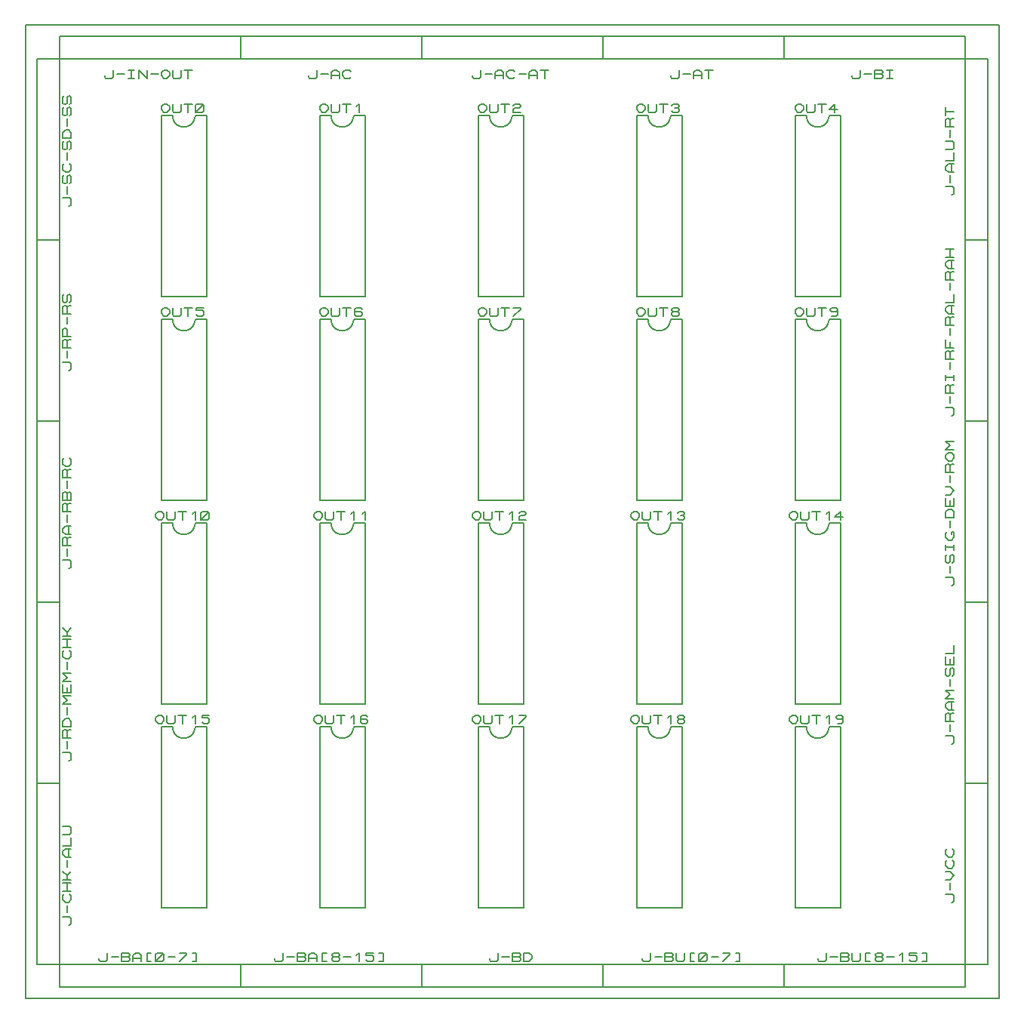
<source format=gbr>
G04 PROTEUS GERBER X2 FILE*
%TF.GenerationSoftware,Labcenter,Proteus,8.13-SP0-Build31525*%
%TF.CreationDate,2022-07-18T17:11:33+00:00*%
%TF.FileFunction,Legend,Top*%
%TF.FilePolarity,Positive*%
%TF.Part,Single*%
%TF.SameCoordinates,{576ea621-ad59-411c-95cb-525281b3a317}*%
%FSLAX45Y45*%
%MOMM*%
G01*
%TA.AperFunction,Profile*%
%ADD15C,0.203200*%
%TA.AperFunction,Material*%
%ADD16C,0.203200*%
%TD.AperFunction*%
D15*
X-5461000Y-5715000D02*
X+5461000Y-5715000D01*
X+5461000Y+5207000D01*
X-5461000Y+5207000D01*
X-5461000Y-5715000D01*
D16*
X-3048000Y+4826000D02*
X-1016000Y+4826000D01*
X-1016000Y+5080000D01*
X-3048000Y+5080000D01*
X-3048000Y+4826000D01*
X-2286000Y+4643120D02*
X-2286000Y+4627880D01*
X-2270125Y+4612640D01*
X-2206625Y+4612640D01*
X-2190750Y+4627880D01*
X-2190750Y+4704080D01*
X-2143125Y+4658360D02*
X-2063750Y+4658360D01*
X-2032000Y+4612640D02*
X-2032000Y+4673600D01*
X-2000250Y+4704080D01*
X-1968500Y+4704080D01*
X-1936750Y+4673600D01*
X-1936750Y+4612640D01*
X-2032000Y+4643120D02*
X-1936750Y+4643120D01*
X-1809750Y+4627880D02*
X-1825625Y+4612640D01*
X-1873250Y+4612640D01*
X-1905000Y+4643120D01*
X-1905000Y+4673600D01*
X-1873250Y+4704080D01*
X-1825625Y+4704080D01*
X-1809750Y+4688840D01*
X-1016000Y+4826000D02*
X+1016000Y+4826000D01*
X+1016000Y+5080000D01*
X-1016000Y+5080000D01*
X-1016000Y+4826000D01*
X-444500Y+4643120D02*
X-444500Y+4627880D01*
X-428625Y+4612640D01*
X-365125Y+4612640D01*
X-349250Y+4627880D01*
X-349250Y+4704080D01*
X-301625Y+4658360D02*
X-222250Y+4658360D01*
X-190500Y+4612640D02*
X-190500Y+4673600D01*
X-158750Y+4704080D01*
X-127000Y+4704080D01*
X-95250Y+4673600D01*
X-95250Y+4612640D01*
X-190500Y+4643120D02*
X-95250Y+4643120D01*
X+31750Y+4627880D02*
X+15875Y+4612640D01*
X-31750Y+4612640D01*
X-63500Y+4643120D01*
X-63500Y+4673600D01*
X-31750Y+4704080D01*
X+15875Y+4704080D01*
X+31750Y+4688840D01*
X+79375Y+4658360D02*
X+158750Y+4658360D01*
X+190500Y+4612640D02*
X+190500Y+4673600D01*
X+222250Y+4704080D01*
X+254000Y+4704080D01*
X+285750Y+4673600D01*
X+285750Y+4612640D01*
X+190500Y+4643120D02*
X+285750Y+4643120D01*
X+317500Y+4704080D02*
X+412750Y+4704080D01*
X+365125Y+4704080D02*
X+365125Y+4612640D01*
X+1016000Y+4826000D02*
X+3048000Y+4826000D01*
X+3048000Y+5080000D01*
X+1016000Y+5080000D01*
X+1016000Y+4826000D01*
X+1778000Y+4643120D02*
X+1778000Y+4627880D01*
X+1793875Y+4612640D01*
X+1857375Y+4612640D01*
X+1873250Y+4627880D01*
X+1873250Y+4704080D01*
X+1920875Y+4658360D02*
X+2000250Y+4658360D01*
X+2032000Y+4612640D02*
X+2032000Y+4673600D01*
X+2063750Y+4704080D01*
X+2095500Y+4704080D01*
X+2127250Y+4673600D01*
X+2127250Y+4612640D01*
X+2032000Y+4643120D02*
X+2127250Y+4643120D01*
X+2159000Y+4704080D02*
X+2254250Y+4704080D01*
X+2206625Y+4704080D02*
X+2206625Y+4612640D01*
X+3048000Y+4826000D02*
X+5080000Y+4826000D01*
X+5080000Y+5080000D01*
X+3048000Y+5080000D01*
X+3048000Y+4826000D01*
X+3810000Y+4643120D02*
X+3810000Y+4627880D01*
X+3825875Y+4612640D01*
X+3889375Y+4612640D01*
X+3905250Y+4627880D01*
X+3905250Y+4704080D01*
X+3952875Y+4658360D02*
X+4032250Y+4658360D01*
X+4064000Y+4612640D02*
X+4064000Y+4704080D01*
X+4143375Y+4704080D01*
X+4159250Y+4688840D01*
X+4159250Y+4673600D01*
X+4143375Y+4658360D01*
X+4159250Y+4643120D01*
X+4159250Y+4627880D01*
X+4143375Y+4612640D01*
X+4064000Y+4612640D01*
X+4064000Y+4658360D02*
X+4143375Y+4658360D01*
X+4206875Y+4704080D02*
X+4270375Y+4704080D01*
X+4238625Y+4704080D02*
X+4238625Y+4612640D01*
X+4206875Y+4612640D02*
X+4270375Y+4612640D01*
X-5080000Y+4826000D02*
X-3048000Y+4826000D01*
X-3048000Y+5080000D01*
X-5080000Y+5080000D01*
X-5080000Y+4826000D01*
X-4572000Y+4643120D02*
X-4572000Y+4627880D01*
X-4556125Y+4612640D01*
X-4492625Y+4612640D01*
X-4476750Y+4627880D01*
X-4476750Y+4704080D01*
X-4429125Y+4658360D02*
X-4349750Y+4658360D01*
X-4302125Y+4704080D02*
X-4238625Y+4704080D01*
X-4270375Y+4704080D02*
X-4270375Y+4612640D01*
X-4302125Y+4612640D02*
X-4238625Y+4612640D01*
X-4191000Y+4612640D02*
X-4191000Y+4704080D01*
X-4095750Y+4612640D01*
X-4095750Y+4704080D01*
X-4048125Y+4658360D02*
X-3968750Y+4658360D01*
X-3937000Y+4673600D02*
X-3905250Y+4704080D01*
X-3873500Y+4704080D01*
X-3841750Y+4673600D01*
X-3841750Y+4643120D01*
X-3873500Y+4612640D01*
X-3905250Y+4612640D01*
X-3937000Y+4643120D01*
X-3937000Y+4673600D01*
X-3810000Y+4704080D02*
X-3810000Y+4627880D01*
X-3794125Y+4612640D01*
X-3730625Y+4612640D01*
X-3714750Y+4627880D01*
X-3714750Y+4704080D01*
X-3683000Y+4704080D02*
X-3587750Y+4704080D01*
X-3635375Y+4704080D02*
X-3635375Y+4612640D01*
X-5080000Y-5588000D02*
X-3048000Y-5588000D01*
X-3048000Y-5334000D01*
X-5080000Y-5334000D01*
X-5080000Y-5588000D01*
X-4635500Y-5262880D02*
X-4635500Y-5278120D01*
X-4619625Y-5293360D01*
X-4556125Y-5293360D01*
X-4540250Y-5278120D01*
X-4540250Y-5201920D01*
X-4492625Y-5247640D02*
X-4413250Y-5247640D01*
X-4381500Y-5293360D02*
X-4381500Y-5201920D01*
X-4302125Y-5201920D01*
X-4286250Y-5217160D01*
X-4286250Y-5232400D01*
X-4302125Y-5247640D01*
X-4286250Y-5262880D01*
X-4286250Y-5278120D01*
X-4302125Y-5293360D01*
X-4381500Y-5293360D01*
X-4381500Y-5247640D02*
X-4302125Y-5247640D01*
X-4254500Y-5293360D02*
X-4254500Y-5232400D01*
X-4222750Y-5201920D01*
X-4191000Y-5201920D01*
X-4159250Y-5232400D01*
X-4159250Y-5293360D01*
X-4254500Y-5262880D02*
X-4159250Y-5262880D01*
X-4048125Y-5201920D02*
X-4095750Y-5201920D01*
X-4095750Y-5293360D01*
X-4048125Y-5293360D01*
X-4000500Y-5278120D02*
X-4000500Y-5217160D01*
X-3984625Y-5201920D01*
X-3921125Y-5201920D01*
X-3905250Y-5217160D01*
X-3905250Y-5278120D01*
X-3921125Y-5293360D01*
X-3984625Y-5293360D01*
X-4000500Y-5278120D01*
X-4000500Y-5293360D02*
X-3905250Y-5201920D01*
X-3857625Y-5247640D02*
X-3778250Y-5247640D01*
X-3730625Y-5201920D02*
X-3651250Y-5201920D01*
X-3651250Y-5217160D01*
X-3730625Y-5293360D01*
X-3587750Y-5201920D02*
X-3540125Y-5201920D01*
X-3540125Y-5293360D01*
X-3587750Y-5293360D01*
X-3048000Y-5588000D02*
X-1016000Y-5588000D01*
X-1016000Y-5334000D01*
X-3048000Y-5334000D01*
X-3048000Y-5588000D01*
X-2667000Y-5262880D02*
X-2667000Y-5278120D01*
X-2651125Y-5293360D01*
X-2587625Y-5293360D01*
X-2571750Y-5278120D01*
X-2571750Y-5201920D01*
X-2524125Y-5247640D02*
X-2444750Y-5247640D01*
X-2413000Y-5293360D02*
X-2413000Y-5201920D01*
X-2333625Y-5201920D01*
X-2317750Y-5217160D01*
X-2317750Y-5232400D01*
X-2333625Y-5247640D01*
X-2317750Y-5262880D01*
X-2317750Y-5278120D01*
X-2333625Y-5293360D01*
X-2413000Y-5293360D01*
X-2413000Y-5247640D02*
X-2333625Y-5247640D01*
X-2286000Y-5293360D02*
X-2286000Y-5232400D01*
X-2254250Y-5201920D01*
X-2222500Y-5201920D01*
X-2190750Y-5232400D01*
X-2190750Y-5293360D01*
X-2286000Y-5262880D02*
X-2190750Y-5262880D01*
X-2079625Y-5201920D02*
X-2127250Y-5201920D01*
X-2127250Y-5293360D01*
X-2079625Y-5293360D01*
X-2000250Y-5247640D02*
X-2016125Y-5232400D01*
X-2016125Y-5217160D01*
X-2000250Y-5201920D01*
X-1952625Y-5201920D01*
X-1936750Y-5217160D01*
X-1936750Y-5232400D01*
X-1952625Y-5247640D01*
X-2000250Y-5247640D01*
X-2016125Y-5262880D01*
X-2016125Y-5278120D01*
X-2000250Y-5293360D01*
X-1952625Y-5293360D01*
X-1936750Y-5278120D01*
X-1936750Y-5262880D01*
X-1952625Y-5247640D01*
X-1889125Y-5247640D02*
X-1809750Y-5247640D01*
X-1746250Y-5232400D02*
X-1714500Y-5201920D01*
X-1714500Y-5293360D01*
X-1555750Y-5201920D02*
X-1635125Y-5201920D01*
X-1635125Y-5232400D01*
X-1571625Y-5232400D01*
X-1555750Y-5247640D01*
X-1555750Y-5278120D01*
X-1571625Y-5293360D01*
X-1619250Y-5293360D01*
X-1635125Y-5278120D01*
X-1492250Y-5201920D02*
X-1444625Y-5201920D01*
X-1444625Y-5293360D01*
X-1492250Y-5293360D01*
X-1016000Y-5588000D02*
X+1016000Y-5588000D01*
X+1016000Y-5334000D01*
X-1016000Y-5334000D01*
X-1016000Y-5588000D01*
X-254000Y-5262880D02*
X-254000Y-5278120D01*
X-238125Y-5293360D01*
X-174625Y-5293360D01*
X-158750Y-5278120D01*
X-158750Y-5201920D01*
X-111125Y-5247640D02*
X-31750Y-5247640D01*
X+0Y-5293360D02*
X+0Y-5201920D01*
X+79375Y-5201920D01*
X+95250Y-5217160D01*
X+95250Y-5232400D01*
X+79375Y-5247640D01*
X+95250Y-5262880D01*
X+95250Y-5278120D01*
X+79375Y-5293360D01*
X+0Y-5293360D01*
X+0Y-5247640D02*
X+79375Y-5247640D01*
X+127000Y-5293360D02*
X+127000Y-5201920D01*
X+190500Y-5201920D01*
X+222250Y-5232400D01*
X+222250Y-5262880D01*
X+190500Y-5293360D01*
X+127000Y-5293360D01*
X+1016000Y-5588000D02*
X+3048000Y-5588000D01*
X+3048000Y-5334000D01*
X+1016000Y-5334000D01*
X+1016000Y-5588000D01*
X+1460500Y-5262880D02*
X+1460500Y-5278120D01*
X+1476375Y-5293360D01*
X+1539875Y-5293360D01*
X+1555750Y-5278120D01*
X+1555750Y-5201920D01*
X+1603375Y-5247640D02*
X+1682750Y-5247640D01*
X+1714500Y-5293360D02*
X+1714500Y-5201920D01*
X+1793875Y-5201920D01*
X+1809750Y-5217160D01*
X+1809750Y-5232400D01*
X+1793875Y-5247640D01*
X+1809750Y-5262880D01*
X+1809750Y-5278120D01*
X+1793875Y-5293360D01*
X+1714500Y-5293360D01*
X+1714500Y-5247640D02*
X+1793875Y-5247640D01*
X+1841500Y-5201920D02*
X+1841500Y-5278120D01*
X+1857375Y-5293360D01*
X+1920875Y-5293360D01*
X+1936750Y-5278120D01*
X+1936750Y-5201920D01*
X+2047875Y-5201920D02*
X+2000250Y-5201920D01*
X+2000250Y-5293360D01*
X+2047875Y-5293360D01*
X+2095500Y-5278120D02*
X+2095500Y-5217160D01*
X+2111375Y-5201920D01*
X+2174875Y-5201920D01*
X+2190750Y-5217160D01*
X+2190750Y-5278120D01*
X+2174875Y-5293360D01*
X+2111375Y-5293360D01*
X+2095500Y-5278120D01*
X+2095500Y-5293360D02*
X+2190750Y-5201920D01*
X+2238375Y-5247640D02*
X+2317750Y-5247640D01*
X+2365375Y-5201920D02*
X+2444750Y-5201920D01*
X+2444750Y-5217160D01*
X+2365375Y-5293360D01*
X+2508250Y-5201920D02*
X+2555875Y-5201920D01*
X+2555875Y-5293360D01*
X+2508250Y-5293360D01*
X+3048000Y-5588000D02*
X+5080000Y-5588000D01*
X+5080000Y-5334000D01*
X+3048000Y-5334000D01*
X+3048000Y-5588000D01*
X+3429000Y-5262880D02*
X+3429000Y-5278120D01*
X+3444875Y-5293360D01*
X+3508375Y-5293360D01*
X+3524250Y-5278120D01*
X+3524250Y-5201920D01*
X+3571875Y-5247640D02*
X+3651250Y-5247640D01*
X+3683000Y-5293360D02*
X+3683000Y-5201920D01*
X+3762375Y-5201920D01*
X+3778250Y-5217160D01*
X+3778250Y-5232400D01*
X+3762375Y-5247640D01*
X+3778250Y-5262880D01*
X+3778250Y-5278120D01*
X+3762375Y-5293360D01*
X+3683000Y-5293360D01*
X+3683000Y-5247640D02*
X+3762375Y-5247640D01*
X+3810000Y-5201920D02*
X+3810000Y-5278120D01*
X+3825875Y-5293360D01*
X+3889375Y-5293360D01*
X+3905250Y-5278120D01*
X+3905250Y-5201920D01*
X+4016375Y-5201920D02*
X+3968750Y-5201920D01*
X+3968750Y-5293360D01*
X+4016375Y-5293360D01*
X+4095750Y-5247640D02*
X+4079875Y-5232400D01*
X+4079875Y-5217160D01*
X+4095750Y-5201920D01*
X+4143375Y-5201920D01*
X+4159250Y-5217160D01*
X+4159250Y-5232400D01*
X+4143375Y-5247640D01*
X+4095750Y-5247640D01*
X+4079875Y-5262880D01*
X+4079875Y-5278120D01*
X+4095750Y-5293360D01*
X+4143375Y-5293360D01*
X+4159250Y-5278120D01*
X+4159250Y-5262880D01*
X+4143375Y-5247640D01*
X+4206875Y-5247640D02*
X+4286250Y-5247640D01*
X+4349750Y-5232400D02*
X+4381500Y-5201920D01*
X+4381500Y-5293360D01*
X+4540250Y-5201920D02*
X+4460875Y-5201920D01*
X+4460875Y-5232400D01*
X+4524375Y-5232400D01*
X+4540250Y-5247640D01*
X+4540250Y-5278120D01*
X+4524375Y-5293360D01*
X+4476750Y-5293360D01*
X+4460875Y-5278120D01*
X+4603750Y-5201920D02*
X+4651375Y-5201920D01*
X+4651375Y-5293360D01*
X+4603750Y-5293360D01*
X-5334000Y+2794000D02*
X-5080000Y+2794000D01*
X-5080000Y+4826000D01*
X-5334000Y+4826000D01*
X-5334000Y+2794000D01*
X-4978400Y+3175000D02*
X-4963160Y+3175000D01*
X-4947920Y+3190875D01*
X-4947920Y+3254375D01*
X-4963160Y+3270250D01*
X-5039360Y+3270250D01*
X-4993640Y+3317875D02*
X-4993640Y+3397250D01*
X-4963160Y+3429000D02*
X-4947920Y+3444875D01*
X-4947920Y+3508375D01*
X-4963160Y+3524250D01*
X-4978400Y+3524250D01*
X-4993640Y+3508375D01*
X-4993640Y+3444875D01*
X-5008880Y+3429000D01*
X-5024120Y+3429000D01*
X-5039360Y+3444875D01*
X-5039360Y+3508375D01*
X-5024120Y+3524250D01*
X-4963160Y+3651250D02*
X-4947920Y+3635375D01*
X-4947920Y+3587750D01*
X-4978400Y+3556000D01*
X-5008880Y+3556000D01*
X-5039360Y+3587750D01*
X-5039360Y+3635375D01*
X-5024120Y+3651250D01*
X-4993640Y+3698875D02*
X-4993640Y+3778250D01*
X-4963160Y+3810000D02*
X-4947920Y+3825875D01*
X-4947920Y+3889375D01*
X-4963160Y+3905250D01*
X-4978400Y+3905250D01*
X-4993640Y+3889375D01*
X-4993640Y+3825875D01*
X-5008880Y+3810000D01*
X-5024120Y+3810000D01*
X-5039360Y+3825875D01*
X-5039360Y+3889375D01*
X-5024120Y+3905250D01*
X-4947920Y+3937000D02*
X-5039360Y+3937000D01*
X-5039360Y+4000500D01*
X-5008880Y+4032250D01*
X-4978400Y+4032250D01*
X-4947920Y+4000500D01*
X-4947920Y+3937000D01*
X-4993640Y+4079875D02*
X-4993640Y+4159250D01*
X-4963160Y+4191000D02*
X-4947920Y+4206875D01*
X-4947920Y+4270375D01*
X-4963160Y+4286250D01*
X-4978400Y+4286250D01*
X-4993640Y+4270375D01*
X-4993640Y+4206875D01*
X-5008880Y+4191000D01*
X-5024120Y+4191000D01*
X-5039360Y+4206875D01*
X-5039360Y+4270375D01*
X-5024120Y+4286250D01*
X-4963160Y+4318000D02*
X-4947920Y+4333875D01*
X-4947920Y+4397375D01*
X-4963160Y+4413250D01*
X-4978400Y+4413250D01*
X-4993640Y+4397375D01*
X-4993640Y+4333875D01*
X-5008880Y+4318000D01*
X-5024120Y+4318000D01*
X-5039360Y+4333875D01*
X-5039360Y+4397375D01*
X-5024120Y+4413250D01*
X-5334000Y+762000D02*
X-5080000Y+762000D01*
X-5080000Y+2794000D01*
X-5334000Y+2794000D01*
X-5334000Y+762000D01*
X-4978400Y+1333500D02*
X-4963160Y+1333500D01*
X-4947920Y+1349375D01*
X-4947920Y+1412875D01*
X-4963160Y+1428750D01*
X-5039360Y+1428750D01*
X-4993640Y+1476375D02*
X-4993640Y+1555750D01*
X-4947920Y+1587500D02*
X-5039360Y+1587500D01*
X-5039360Y+1666875D01*
X-5024120Y+1682750D01*
X-5008880Y+1682750D01*
X-4993640Y+1666875D01*
X-4993640Y+1587500D01*
X-4993640Y+1666875D02*
X-4978400Y+1682750D01*
X-4947920Y+1682750D01*
X-4947920Y+1714500D02*
X-5039360Y+1714500D01*
X-5039360Y+1793875D01*
X-5024120Y+1809750D01*
X-5008880Y+1809750D01*
X-4993640Y+1793875D01*
X-4993640Y+1714500D01*
X-4993640Y+1857375D02*
X-4993640Y+1936750D01*
X-4947920Y+1968500D02*
X-5039360Y+1968500D01*
X-5039360Y+2047875D01*
X-5024120Y+2063750D01*
X-5008880Y+2063750D01*
X-4993640Y+2047875D01*
X-4993640Y+1968500D01*
X-4993640Y+2047875D02*
X-4978400Y+2063750D01*
X-4947920Y+2063750D01*
X-4963160Y+2095500D02*
X-4947920Y+2111375D01*
X-4947920Y+2174875D01*
X-4963160Y+2190750D01*
X-4978400Y+2190750D01*
X-4993640Y+2174875D01*
X-4993640Y+2111375D01*
X-5008880Y+2095500D01*
X-5024120Y+2095500D01*
X-5039360Y+2111375D01*
X-5039360Y+2174875D01*
X-5024120Y+2190750D01*
X-5334000Y-1270000D02*
X-5080000Y-1270000D01*
X-5080000Y+762000D01*
X-5334000Y+762000D01*
X-5334000Y-1270000D01*
X-4978400Y-889000D02*
X-4963160Y-889000D01*
X-4947920Y-873125D01*
X-4947920Y-809625D01*
X-4963160Y-793750D01*
X-5039360Y-793750D01*
X-4993640Y-746125D02*
X-4993640Y-666750D01*
X-4947920Y-635000D02*
X-5039360Y-635000D01*
X-5039360Y-555625D01*
X-5024120Y-539750D01*
X-5008880Y-539750D01*
X-4993640Y-555625D01*
X-4993640Y-635000D01*
X-4993640Y-555625D02*
X-4978400Y-539750D01*
X-4947920Y-539750D01*
X-4947920Y-508000D02*
X-5008880Y-508000D01*
X-5039360Y-476250D01*
X-5039360Y-444500D01*
X-5008880Y-412750D01*
X-4947920Y-412750D01*
X-4978400Y-508000D02*
X-4978400Y-412750D01*
X-4993640Y-365125D02*
X-4993640Y-285750D01*
X-4947920Y-254000D02*
X-5039360Y-254000D01*
X-5039360Y-174625D01*
X-5024120Y-158750D01*
X-5008880Y-158750D01*
X-4993640Y-174625D01*
X-4993640Y-254000D01*
X-4993640Y-174625D02*
X-4978400Y-158750D01*
X-4947920Y-158750D01*
X-4947920Y-127000D02*
X-5039360Y-127000D01*
X-5039360Y-47625D01*
X-5024120Y-31750D01*
X-5008880Y-31750D01*
X-4993640Y-47625D01*
X-4978400Y-31750D01*
X-4963160Y-31750D01*
X-4947920Y-47625D01*
X-4947920Y-127000D01*
X-4993640Y-127000D02*
X-4993640Y-47625D01*
X-4993640Y+15875D02*
X-4993640Y+95250D01*
X-4947920Y+127000D02*
X-5039360Y+127000D01*
X-5039360Y+206375D01*
X-5024120Y+222250D01*
X-5008880Y+222250D01*
X-4993640Y+206375D01*
X-4993640Y+127000D01*
X-4993640Y+206375D02*
X-4978400Y+222250D01*
X-4947920Y+222250D01*
X-4963160Y+349250D02*
X-4947920Y+333375D01*
X-4947920Y+285750D01*
X-4978400Y+254000D01*
X-5008880Y+254000D01*
X-5039360Y+285750D01*
X-5039360Y+333375D01*
X-5024120Y+349250D01*
X-5334000Y-3302000D02*
X-5080000Y-3302000D01*
X-5080000Y-1270000D01*
X-5334000Y-1270000D01*
X-5334000Y-3302000D01*
X-4978400Y-3048000D02*
X-4963160Y-3048000D01*
X-4947920Y-3032125D01*
X-4947920Y-2968625D01*
X-4963160Y-2952750D01*
X-5039360Y-2952750D01*
X-4993640Y-2905125D02*
X-4993640Y-2825750D01*
X-4947920Y-2794000D02*
X-5039360Y-2794000D01*
X-5039360Y-2714625D01*
X-5024120Y-2698750D01*
X-5008880Y-2698750D01*
X-4993640Y-2714625D01*
X-4993640Y-2794000D01*
X-4993640Y-2714625D02*
X-4978400Y-2698750D01*
X-4947920Y-2698750D01*
X-4947920Y-2667000D02*
X-5039360Y-2667000D01*
X-5039360Y-2603500D01*
X-5008880Y-2571750D01*
X-4978400Y-2571750D01*
X-4947920Y-2603500D01*
X-4947920Y-2667000D01*
X-4993640Y-2524125D02*
X-4993640Y-2444750D01*
X-4947920Y-2413000D02*
X-5039360Y-2413000D01*
X-4993640Y-2365375D01*
X-5039360Y-2317750D01*
X-4947920Y-2317750D01*
X-4947920Y-2190750D02*
X-4947920Y-2286000D01*
X-5039360Y-2286000D01*
X-5039360Y-2190750D01*
X-4993640Y-2286000D02*
X-4993640Y-2222500D01*
X-4947920Y-2159000D02*
X-5039360Y-2159000D01*
X-4993640Y-2111375D01*
X-5039360Y-2063750D01*
X-4947920Y-2063750D01*
X-4993640Y-2016125D02*
X-4993640Y-1936750D01*
X-4963160Y-1809750D02*
X-4947920Y-1825625D01*
X-4947920Y-1873250D01*
X-4978400Y-1905000D01*
X-5008880Y-1905000D01*
X-5039360Y-1873250D01*
X-5039360Y-1825625D01*
X-5024120Y-1809750D01*
X-4947920Y-1778000D02*
X-5039360Y-1778000D01*
X-5039360Y-1682750D02*
X-4947920Y-1682750D01*
X-4993640Y-1778000D02*
X-4993640Y-1682750D01*
X-5039360Y-1651000D02*
X-4947920Y-1651000D01*
X-5039360Y-1555750D02*
X-4993640Y-1603375D01*
X-4947920Y-1555750D01*
X-4993640Y-1651000D02*
X-4993640Y-1603375D01*
X-5334000Y-5334000D02*
X-5080000Y-5334000D01*
X-5080000Y-3302000D01*
X-5334000Y-3302000D01*
X-5334000Y-5334000D01*
X-4978400Y-4889500D02*
X-4963160Y-4889500D01*
X-4947920Y-4873625D01*
X-4947920Y-4810125D01*
X-4963160Y-4794250D01*
X-5039360Y-4794250D01*
X-4993640Y-4746625D02*
X-4993640Y-4667250D01*
X-4963160Y-4540250D02*
X-4947920Y-4556125D01*
X-4947920Y-4603750D01*
X-4978400Y-4635500D01*
X-5008880Y-4635500D01*
X-5039360Y-4603750D01*
X-5039360Y-4556125D01*
X-5024120Y-4540250D01*
X-4947920Y-4508500D02*
X-5039360Y-4508500D01*
X-5039360Y-4413250D02*
X-4947920Y-4413250D01*
X-4993640Y-4508500D02*
X-4993640Y-4413250D01*
X-5039360Y-4381500D02*
X-4947920Y-4381500D01*
X-5039360Y-4286250D02*
X-4993640Y-4333875D01*
X-4947920Y-4286250D01*
X-4993640Y-4381500D02*
X-4993640Y-4333875D01*
X-4993640Y-4238625D02*
X-4993640Y-4159250D01*
X-4947920Y-4127500D02*
X-5008880Y-4127500D01*
X-5039360Y-4095750D01*
X-5039360Y-4064000D01*
X-5008880Y-4032250D01*
X-4947920Y-4032250D01*
X-4978400Y-4127500D02*
X-4978400Y-4032250D01*
X-5039360Y-4000500D02*
X-4947920Y-4000500D01*
X-4947920Y-3905250D01*
X-5039360Y-3873500D02*
X-4963160Y-3873500D01*
X-4947920Y-3857625D01*
X-4947920Y-3794125D01*
X-4963160Y-3778250D01*
X-5039360Y-3778250D01*
X+5080000Y+2794000D02*
X+5334000Y+2794000D01*
X+5334000Y+4826000D01*
X+5080000Y+4826000D01*
X+5080000Y+2794000D01*
X+4927600Y+3302000D02*
X+4942840Y+3302000D01*
X+4958080Y+3317875D01*
X+4958080Y+3381375D01*
X+4942840Y+3397250D01*
X+4866640Y+3397250D01*
X+4912360Y+3444875D02*
X+4912360Y+3524250D01*
X+4958080Y+3556000D02*
X+4897120Y+3556000D01*
X+4866640Y+3587750D01*
X+4866640Y+3619500D01*
X+4897120Y+3651250D01*
X+4958080Y+3651250D01*
X+4927600Y+3556000D02*
X+4927600Y+3651250D01*
X+4866640Y+3683000D02*
X+4958080Y+3683000D01*
X+4958080Y+3778250D01*
X+4866640Y+3810000D02*
X+4942840Y+3810000D01*
X+4958080Y+3825875D01*
X+4958080Y+3889375D01*
X+4942840Y+3905250D01*
X+4866640Y+3905250D01*
X+4912360Y+3952875D02*
X+4912360Y+4032250D01*
X+4958080Y+4064000D02*
X+4866640Y+4064000D01*
X+4866640Y+4143375D01*
X+4881880Y+4159250D01*
X+4897120Y+4159250D01*
X+4912360Y+4143375D01*
X+4912360Y+4064000D01*
X+4912360Y+4143375D02*
X+4927600Y+4159250D01*
X+4958080Y+4159250D01*
X+4866640Y+4191000D02*
X+4866640Y+4286250D01*
X+4866640Y+4238625D02*
X+4958080Y+4238625D01*
X+5080000Y+762000D02*
X+5334000Y+762000D01*
X+5334000Y+2794000D01*
X+5080000Y+2794000D01*
X+5080000Y+762000D01*
X+4927600Y+825500D02*
X+4942840Y+825500D01*
X+4958080Y+841375D01*
X+4958080Y+904875D01*
X+4942840Y+920750D01*
X+4866640Y+920750D01*
X+4912360Y+968375D02*
X+4912360Y+1047750D01*
X+4958080Y+1079500D02*
X+4866640Y+1079500D01*
X+4866640Y+1158875D01*
X+4881880Y+1174750D01*
X+4897120Y+1174750D01*
X+4912360Y+1158875D01*
X+4912360Y+1079500D01*
X+4912360Y+1158875D02*
X+4927600Y+1174750D01*
X+4958080Y+1174750D01*
X+4866640Y+1222375D02*
X+4866640Y+1285875D01*
X+4866640Y+1254125D02*
X+4958080Y+1254125D01*
X+4958080Y+1222375D02*
X+4958080Y+1285875D01*
X+4912360Y+1349375D02*
X+4912360Y+1428750D01*
X+4958080Y+1460500D02*
X+4866640Y+1460500D01*
X+4866640Y+1539875D01*
X+4881880Y+1555750D01*
X+4897120Y+1555750D01*
X+4912360Y+1539875D01*
X+4912360Y+1460500D01*
X+4912360Y+1539875D02*
X+4927600Y+1555750D01*
X+4958080Y+1555750D01*
X+4958080Y+1587500D02*
X+4866640Y+1587500D01*
X+4866640Y+1682750D01*
X+4912360Y+1587500D02*
X+4912360Y+1651000D01*
X+4912360Y+1730375D02*
X+4912360Y+1809750D01*
X+4958080Y+1841500D02*
X+4866640Y+1841500D01*
X+4866640Y+1920875D01*
X+4881880Y+1936750D01*
X+4897120Y+1936750D01*
X+4912360Y+1920875D01*
X+4912360Y+1841500D01*
X+4912360Y+1920875D02*
X+4927600Y+1936750D01*
X+4958080Y+1936750D01*
X+4958080Y+1968500D02*
X+4897120Y+1968500D01*
X+4866640Y+2000250D01*
X+4866640Y+2032000D01*
X+4897120Y+2063750D01*
X+4958080Y+2063750D01*
X+4927600Y+1968500D02*
X+4927600Y+2063750D01*
X+4866640Y+2095500D02*
X+4958080Y+2095500D01*
X+4958080Y+2190750D01*
X+4912360Y+2238375D02*
X+4912360Y+2317750D01*
X+4958080Y+2349500D02*
X+4866640Y+2349500D01*
X+4866640Y+2428875D01*
X+4881880Y+2444750D01*
X+4897120Y+2444750D01*
X+4912360Y+2428875D01*
X+4912360Y+2349500D01*
X+4912360Y+2428875D02*
X+4927600Y+2444750D01*
X+4958080Y+2444750D01*
X+4958080Y+2476500D02*
X+4897120Y+2476500D01*
X+4866640Y+2508250D01*
X+4866640Y+2540000D01*
X+4897120Y+2571750D01*
X+4958080Y+2571750D01*
X+4927600Y+2476500D02*
X+4927600Y+2571750D01*
X+4958080Y+2603500D02*
X+4866640Y+2603500D01*
X+4866640Y+2698750D02*
X+4958080Y+2698750D01*
X+4912360Y+2603500D02*
X+4912360Y+2698750D01*
X+5080000Y-1270000D02*
X+5334000Y-1270000D01*
X+5334000Y+762000D01*
X+5080000Y+762000D01*
X+5080000Y-1270000D01*
X+4927600Y-1079500D02*
X+4942840Y-1079500D01*
X+4958080Y-1063625D01*
X+4958080Y-1000125D01*
X+4942840Y-984250D01*
X+4866640Y-984250D01*
X+4912360Y-936625D02*
X+4912360Y-857250D01*
X+4942840Y-825500D02*
X+4958080Y-809625D01*
X+4958080Y-746125D01*
X+4942840Y-730250D01*
X+4927600Y-730250D01*
X+4912360Y-746125D01*
X+4912360Y-809625D01*
X+4897120Y-825500D01*
X+4881880Y-825500D01*
X+4866640Y-809625D01*
X+4866640Y-746125D01*
X+4881880Y-730250D01*
X+4866640Y-682625D02*
X+4866640Y-619125D01*
X+4866640Y-650875D02*
X+4958080Y-650875D01*
X+4958080Y-682625D02*
X+4958080Y-619125D01*
X+4927600Y-508000D02*
X+4927600Y-476250D01*
X+4958080Y-476250D01*
X+4958080Y-539750D01*
X+4927600Y-571500D01*
X+4897120Y-571500D01*
X+4866640Y-539750D01*
X+4866640Y-492125D01*
X+4881880Y-476250D01*
X+4912360Y-428625D02*
X+4912360Y-349250D01*
X+4958080Y-317500D02*
X+4866640Y-317500D01*
X+4866640Y-254000D01*
X+4897120Y-222250D01*
X+4927600Y-222250D01*
X+4958080Y-254000D01*
X+4958080Y-317500D01*
X+4958080Y-95250D02*
X+4958080Y-190500D01*
X+4866640Y-190500D01*
X+4866640Y-95250D01*
X+4912360Y-190500D02*
X+4912360Y-127000D01*
X+4866640Y-63500D02*
X+4912360Y-63500D01*
X+4958080Y-15875D01*
X+4912360Y+31750D01*
X+4866640Y+31750D01*
X+4912360Y+79375D02*
X+4912360Y+158750D01*
X+4958080Y+190500D02*
X+4866640Y+190500D01*
X+4866640Y+269875D01*
X+4881880Y+285750D01*
X+4897120Y+285750D01*
X+4912360Y+269875D01*
X+4912360Y+190500D01*
X+4912360Y+269875D02*
X+4927600Y+285750D01*
X+4958080Y+285750D01*
X+4897120Y+317500D02*
X+4866640Y+349250D01*
X+4866640Y+381000D01*
X+4897120Y+412750D01*
X+4927600Y+412750D01*
X+4958080Y+381000D01*
X+4958080Y+349250D01*
X+4927600Y+317500D01*
X+4897120Y+317500D01*
X+4958080Y+444500D02*
X+4866640Y+444500D01*
X+4912360Y+492125D01*
X+4866640Y+539750D01*
X+4958080Y+539750D01*
X+5080000Y-3302000D02*
X+5334000Y-3302000D01*
X+5334000Y-1270000D01*
X+5080000Y-1270000D01*
X+5080000Y-3302000D01*
X+4927600Y-2857500D02*
X+4942840Y-2857500D01*
X+4958080Y-2841625D01*
X+4958080Y-2778125D01*
X+4942840Y-2762250D01*
X+4866640Y-2762250D01*
X+4912360Y-2714625D02*
X+4912360Y-2635250D01*
X+4958080Y-2603500D02*
X+4866640Y-2603500D01*
X+4866640Y-2524125D01*
X+4881880Y-2508250D01*
X+4897120Y-2508250D01*
X+4912360Y-2524125D01*
X+4912360Y-2603500D01*
X+4912360Y-2524125D02*
X+4927600Y-2508250D01*
X+4958080Y-2508250D01*
X+4958080Y-2476500D02*
X+4897120Y-2476500D01*
X+4866640Y-2444750D01*
X+4866640Y-2413000D01*
X+4897120Y-2381250D01*
X+4958080Y-2381250D01*
X+4927600Y-2476500D02*
X+4927600Y-2381250D01*
X+4958080Y-2349500D02*
X+4866640Y-2349500D01*
X+4912360Y-2301875D01*
X+4866640Y-2254250D01*
X+4958080Y-2254250D01*
X+4912360Y-2206625D02*
X+4912360Y-2127250D01*
X+4942840Y-2095500D02*
X+4958080Y-2079625D01*
X+4958080Y-2016125D01*
X+4942840Y-2000250D01*
X+4927600Y-2000250D01*
X+4912360Y-2016125D01*
X+4912360Y-2079625D01*
X+4897120Y-2095500D01*
X+4881880Y-2095500D01*
X+4866640Y-2079625D01*
X+4866640Y-2016125D01*
X+4881880Y-2000250D01*
X+4958080Y-1873250D02*
X+4958080Y-1968500D01*
X+4866640Y-1968500D01*
X+4866640Y-1873250D01*
X+4912360Y-1968500D02*
X+4912360Y-1905000D01*
X+4866640Y-1841500D02*
X+4958080Y-1841500D01*
X+4958080Y-1746250D01*
X+5080000Y-5334000D02*
X+5334000Y-5334000D01*
X+5334000Y-3302000D01*
X+5080000Y-3302000D01*
X+5080000Y-5334000D01*
X+4927600Y-4635500D02*
X+4942840Y-4635500D01*
X+4958080Y-4619625D01*
X+4958080Y-4556125D01*
X+4942840Y-4540250D01*
X+4866640Y-4540250D01*
X+4912360Y-4492625D02*
X+4912360Y-4413250D01*
X+4866640Y-4381500D02*
X+4912360Y-4381500D01*
X+4958080Y-4333875D01*
X+4912360Y-4286250D01*
X+4866640Y-4286250D01*
X+4942840Y-4159250D02*
X+4958080Y-4175125D01*
X+4958080Y-4222750D01*
X+4927600Y-4254500D01*
X+4897120Y-4254500D01*
X+4866640Y-4222750D01*
X+4866640Y-4175125D01*
X+4881880Y-4159250D01*
X+4942840Y-4032250D02*
X+4958080Y-4048125D01*
X+4958080Y-4095750D01*
X+4927600Y-4127500D01*
X+4897120Y-4127500D01*
X+4866640Y-4095750D01*
X+4866640Y-4048125D01*
X+4881880Y-4032250D01*
X-3937000Y+4191000D02*
X-3810000Y+4191000D01*
X-3683000Y+4064000D02*
X-3657124Y+4066436D01*
X-3633152Y+4073485D01*
X-3611562Y+4084762D01*
X-3592830Y+4099878D01*
X-3577431Y+4118446D01*
X-3565842Y+4140081D01*
X-3558540Y+4164394D01*
X-3556000Y+4191000D01*
X-3683000Y+4064000D02*
X-3709606Y+4066436D01*
X-3733919Y+4073485D01*
X-3755554Y+4084762D01*
X-3774122Y+4099878D01*
X-3789238Y+4118446D01*
X-3800515Y+4140081D01*
X-3807564Y+4164394D01*
X-3810000Y+4191000D01*
X-3556000Y+4191000D02*
X-3429000Y+4191000D01*
X-3937000Y+2159000D02*
X-3429000Y+2159000D01*
X-3937000Y+4191000D02*
X-3937000Y+2159000D01*
X-3429000Y+2159000D02*
X-3429000Y+4191000D01*
X-3937000Y+4292600D02*
X-3905250Y+4323080D01*
X-3873500Y+4323080D01*
X-3841750Y+4292600D01*
X-3841750Y+4262120D01*
X-3873500Y+4231640D01*
X-3905250Y+4231640D01*
X-3937000Y+4262120D01*
X-3937000Y+4292600D01*
X-3810000Y+4323080D02*
X-3810000Y+4246880D01*
X-3794125Y+4231640D01*
X-3730625Y+4231640D01*
X-3714750Y+4246880D01*
X-3714750Y+4323080D01*
X-3683000Y+4323080D02*
X-3587750Y+4323080D01*
X-3635375Y+4323080D02*
X-3635375Y+4231640D01*
X-3556000Y+4246880D02*
X-3556000Y+4307840D01*
X-3540125Y+4323080D01*
X-3476625Y+4323080D01*
X-3460750Y+4307840D01*
X-3460750Y+4246880D01*
X-3476625Y+4231640D01*
X-3540125Y+4231640D01*
X-3556000Y+4246880D01*
X-3556000Y+4231640D02*
X-3460750Y+4323080D01*
X-2159000Y+4191000D02*
X-2032000Y+4191000D01*
X-1905000Y+4064000D02*
X-1879124Y+4066436D01*
X-1855152Y+4073485D01*
X-1833562Y+4084762D01*
X-1814830Y+4099878D01*
X-1799431Y+4118446D01*
X-1787842Y+4140081D01*
X-1780540Y+4164394D01*
X-1778000Y+4191000D01*
X-1905000Y+4064000D02*
X-1931606Y+4066436D01*
X-1955919Y+4073485D01*
X-1977554Y+4084762D01*
X-1996122Y+4099878D01*
X-2011238Y+4118446D01*
X-2022515Y+4140081D01*
X-2029564Y+4164394D01*
X-2032000Y+4191000D01*
X-1778000Y+4191000D02*
X-1651000Y+4191000D01*
X-2159000Y+2159000D02*
X-1651000Y+2159000D01*
X-2159000Y+4191000D02*
X-2159000Y+2159000D01*
X-1651000Y+2159000D02*
X-1651000Y+4191000D01*
X-2159000Y+4292600D02*
X-2127250Y+4323080D01*
X-2095500Y+4323080D01*
X-2063750Y+4292600D01*
X-2063750Y+4262120D01*
X-2095500Y+4231640D01*
X-2127250Y+4231640D01*
X-2159000Y+4262120D01*
X-2159000Y+4292600D01*
X-2032000Y+4323080D02*
X-2032000Y+4246880D01*
X-2016125Y+4231640D01*
X-1952625Y+4231640D01*
X-1936750Y+4246880D01*
X-1936750Y+4323080D01*
X-1905000Y+4323080D02*
X-1809750Y+4323080D01*
X-1857375Y+4323080D02*
X-1857375Y+4231640D01*
X-1746250Y+4292600D02*
X-1714500Y+4323080D01*
X-1714500Y+4231640D01*
X-381000Y+4191000D02*
X-254000Y+4191000D01*
X-127000Y+4064000D02*
X-101124Y+4066436D01*
X-77152Y+4073485D01*
X-55562Y+4084762D01*
X-36830Y+4099878D01*
X-21431Y+4118446D01*
X-9842Y+4140081D01*
X-2540Y+4164394D01*
X+0Y+4191000D01*
X-127000Y+4064000D02*
X-153606Y+4066436D01*
X-177919Y+4073485D01*
X-199554Y+4084762D01*
X-218122Y+4099878D01*
X-233238Y+4118446D01*
X-244515Y+4140081D01*
X-251564Y+4164394D01*
X-254000Y+4191000D01*
X+0Y+4191000D02*
X+127000Y+4191000D01*
X-381000Y+2159000D02*
X+127000Y+2159000D01*
X-381000Y+4191000D02*
X-381000Y+2159000D01*
X+127000Y+2159000D02*
X+127000Y+4191000D01*
X-381000Y+4292600D02*
X-349250Y+4323080D01*
X-317500Y+4323080D01*
X-285750Y+4292600D01*
X-285750Y+4262120D01*
X-317500Y+4231640D01*
X-349250Y+4231640D01*
X-381000Y+4262120D01*
X-381000Y+4292600D01*
X-254000Y+4323080D02*
X-254000Y+4246880D01*
X-238125Y+4231640D01*
X-174625Y+4231640D01*
X-158750Y+4246880D01*
X-158750Y+4323080D01*
X-127000Y+4323080D02*
X-31750Y+4323080D01*
X-79375Y+4323080D02*
X-79375Y+4231640D01*
X+15875Y+4307840D02*
X+31750Y+4323080D01*
X+79375Y+4323080D01*
X+95250Y+4307840D01*
X+95250Y+4292600D01*
X+79375Y+4277360D01*
X+31750Y+4277360D01*
X+15875Y+4262120D01*
X+15875Y+4231640D01*
X+95250Y+4231640D01*
X+1397000Y+4191000D02*
X+1524000Y+4191000D01*
X+1651000Y+4064000D02*
X+1676876Y+4066436D01*
X+1700848Y+4073485D01*
X+1722438Y+4084762D01*
X+1741170Y+4099878D01*
X+1756569Y+4118446D01*
X+1768158Y+4140081D01*
X+1775460Y+4164394D01*
X+1778000Y+4191000D01*
X+1651000Y+4064000D02*
X+1624394Y+4066436D01*
X+1600081Y+4073485D01*
X+1578446Y+4084762D01*
X+1559878Y+4099878D01*
X+1544762Y+4118446D01*
X+1533485Y+4140081D01*
X+1526436Y+4164394D01*
X+1524000Y+4191000D01*
X+1778000Y+4191000D02*
X+1905000Y+4191000D01*
X+1397000Y+2159000D02*
X+1905000Y+2159000D01*
X+1397000Y+4191000D02*
X+1397000Y+2159000D01*
X+1905000Y+2159000D02*
X+1905000Y+4191000D01*
X+1397000Y+4292600D02*
X+1428750Y+4323080D01*
X+1460500Y+4323080D01*
X+1492250Y+4292600D01*
X+1492250Y+4262120D01*
X+1460500Y+4231640D01*
X+1428750Y+4231640D01*
X+1397000Y+4262120D01*
X+1397000Y+4292600D01*
X+1524000Y+4323080D02*
X+1524000Y+4246880D01*
X+1539875Y+4231640D01*
X+1603375Y+4231640D01*
X+1619250Y+4246880D01*
X+1619250Y+4323080D01*
X+1651000Y+4323080D02*
X+1746250Y+4323080D01*
X+1698625Y+4323080D02*
X+1698625Y+4231640D01*
X+1793875Y+4307840D02*
X+1809750Y+4323080D01*
X+1857375Y+4323080D01*
X+1873250Y+4307840D01*
X+1873250Y+4292600D01*
X+1857375Y+4277360D01*
X+1873250Y+4262120D01*
X+1873250Y+4246880D01*
X+1857375Y+4231640D01*
X+1809750Y+4231640D01*
X+1793875Y+4246880D01*
X+1825625Y+4277360D02*
X+1857375Y+4277360D01*
X-3937000Y+1905000D02*
X-3810000Y+1905000D01*
X-3683000Y+1778000D02*
X-3657124Y+1780436D01*
X-3633152Y+1787485D01*
X-3611562Y+1798762D01*
X-3592830Y+1813878D01*
X-3577431Y+1832446D01*
X-3565842Y+1854081D01*
X-3558540Y+1878394D01*
X-3556000Y+1905000D01*
X-3683000Y+1778000D02*
X-3709606Y+1780436D01*
X-3733919Y+1787485D01*
X-3755554Y+1798762D01*
X-3774122Y+1813878D01*
X-3789238Y+1832446D01*
X-3800515Y+1854081D01*
X-3807564Y+1878394D01*
X-3810000Y+1905000D01*
X-3556000Y+1905000D02*
X-3429000Y+1905000D01*
X-3937000Y-127000D02*
X-3429000Y-127000D01*
X-3937000Y+1905000D02*
X-3937000Y-127000D01*
X-3429000Y-127000D02*
X-3429000Y+1905000D01*
X-3937000Y+2006600D02*
X-3905250Y+2037080D01*
X-3873500Y+2037080D01*
X-3841750Y+2006600D01*
X-3841750Y+1976120D01*
X-3873500Y+1945640D01*
X-3905250Y+1945640D01*
X-3937000Y+1976120D01*
X-3937000Y+2006600D01*
X-3810000Y+2037080D02*
X-3810000Y+1960880D01*
X-3794125Y+1945640D01*
X-3730625Y+1945640D01*
X-3714750Y+1960880D01*
X-3714750Y+2037080D01*
X-3683000Y+2037080D02*
X-3587750Y+2037080D01*
X-3635375Y+2037080D02*
X-3635375Y+1945640D01*
X-3460750Y+2037080D02*
X-3540125Y+2037080D01*
X-3540125Y+2006600D01*
X-3476625Y+2006600D01*
X-3460750Y+1991360D01*
X-3460750Y+1960880D01*
X-3476625Y+1945640D01*
X-3524250Y+1945640D01*
X-3540125Y+1960880D01*
X-2159000Y+1905000D02*
X-2032000Y+1905000D01*
X-1905000Y+1778000D02*
X-1879124Y+1780436D01*
X-1855152Y+1787485D01*
X-1833562Y+1798762D01*
X-1814830Y+1813878D01*
X-1799431Y+1832446D01*
X-1787842Y+1854081D01*
X-1780540Y+1878394D01*
X-1778000Y+1905000D01*
X-1905000Y+1778000D02*
X-1931606Y+1780436D01*
X-1955919Y+1787485D01*
X-1977554Y+1798762D01*
X-1996122Y+1813878D01*
X-2011238Y+1832446D01*
X-2022515Y+1854081D01*
X-2029564Y+1878394D01*
X-2032000Y+1905000D01*
X-1778000Y+1905000D02*
X-1651000Y+1905000D01*
X-2159000Y-127000D02*
X-1651000Y-127000D01*
X-2159000Y+1905000D02*
X-2159000Y-127000D01*
X-1651000Y-127000D02*
X-1651000Y+1905000D01*
X-2159000Y+2006600D02*
X-2127250Y+2037080D01*
X-2095500Y+2037080D01*
X-2063750Y+2006600D01*
X-2063750Y+1976120D01*
X-2095500Y+1945640D01*
X-2127250Y+1945640D01*
X-2159000Y+1976120D01*
X-2159000Y+2006600D01*
X-2032000Y+2037080D02*
X-2032000Y+1960880D01*
X-2016125Y+1945640D01*
X-1952625Y+1945640D01*
X-1936750Y+1960880D01*
X-1936750Y+2037080D01*
X-1905000Y+2037080D02*
X-1809750Y+2037080D01*
X-1857375Y+2037080D02*
X-1857375Y+1945640D01*
X-1682750Y+2021840D02*
X-1698625Y+2037080D01*
X-1746250Y+2037080D01*
X-1762125Y+2021840D01*
X-1762125Y+1960880D01*
X-1746250Y+1945640D01*
X-1698625Y+1945640D01*
X-1682750Y+1960880D01*
X-1682750Y+1976120D01*
X-1698625Y+1991360D01*
X-1762125Y+1991360D01*
X-381000Y+1905000D02*
X-254000Y+1905000D01*
X-127000Y+1778000D02*
X-101124Y+1780436D01*
X-77152Y+1787485D01*
X-55562Y+1798762D01*
X-36830Y+1813878D01*
X-21431Y+1832446D01*
X-9842Y+1854081D01*
X-2540Y+1878394D01*
X+0Y+1905000D01*
X-127000Y+1778000D02*
X-153606Y+1780436D01*
X-177919Y+1787485D01*
X-199554Y+1798762D01*
X-218122Y+1813878D01*
X-233238Y+1832446D01*
X-244515Y+1854081D01*
X-251564Y+1878394D01*
X-254000Y+1905000D01*
X+0Y+1905000D02*
X+127000Y+1905000D01*
X-381000Y-127000D02*
X+127000Y-127000D01*
X-381000Y+1905000D02*
X-381000Y-127000D01*
X+127000Y-127000D02*
X+127000Y+1905000D01*
X-381000Y+2006600D02*
X-349250Y+2037080D01*
X-317500Y+2037080D01*
X-285750Y+2006600D01*
X-285750Y+1976120D01*
X-317500Y+1945640D01*
X-349250Y+1945640D01*
X-381000Y+1976120D01*
X-381000Y+2006600D01*
X-254000Y+2037080D02*
X-254000Y+1960880D01*
X-238125Y+1945640D01*
X-174625Y+1945640D01*
X-158750Y+1960880D01*
X-158750Y+2037080D01*
X-127000Y+2037080D02*
X-31750Y+2037080D01*
X-79375Y+2037080D02*
X-79375Y+1945640D01*
X+15875Y+2037080D02*
X+95250Y+2037080D01*
X+95250Y+2021840D01*
X+15875Y+1945640D01*
X+3175000Y+1905000D02*
X+3302000Y+1905000D01*
X+3429000Y+1778000D02*
X+3454876Y+1780436D01*
X+3478848Y+1787485D01*
X+3500438Y+1798762D01*
X+3519170Y+1813878D01*
X+3534569Y+1832446D01*
X+3546158Y+1854081D01*
X+3553460Y+1878394D01*
X+3556000Y+1905000D01*
X+3429000Y+1778000D02*
X+3402394Y+1780436D01*
X+3378081Y+1787485D01*
X+3356446Y+1798762D01*
X+3337878Y+1813878D01*
X+3322762Y+1832446D01*
X+3311485Y+1854081D01*
X+3304436Y+1878394D01*
X+3302000Y+1905000D01*
X+3556000Y+1905000D02*
X+3683000Y+1905000D01*
X+3175000Y-127000D02*
X+3683000Y-127000D01*
X+3175000Y+1905000D02*
X+3175000Y-127000D01*
X+3683000Y-127000D02*
X+3683000Y+1905000D01*
X+3175000Y+2006600D02*
X+3206750Y+2037080D01*
X+3238500Y+2037080D01*
X+3270250Y+2006600D01*
X+3270250Y+1976120D01*
X+3238500Y+1945640D01*
X+3206750Y+1945640D01*
X+3175000Y+1976120D01*
X+3175000Y+2006600D01*
X+3302000Y+2037080D02*
X+3302000Y+1960880D01*
X+3317875Y+1945640D01*
X+3381375Y+1945640D01*
X+3397250Y+1960880D01*
X+3397250Y+2037080D01*
X+3429000Y+2037080D02*
X+3524250Y+2037080D01*
X+3476625Y+2037080D02*
X+3476625Y+1945640D01*
X+3651250Y+2006600D02*
X+3635375Y+1991360D01*
X+3587750Y+1991360D01*
X+3571875Y+2006600D01*
X+3571875Y+2021840D01*
X+3587750Y+2037080D01*
X+3635375Y+2037080D01*
X+3651250Y+2021840D01*
X+3651250Y+1960880D01*
X+3635375Y+1945640D01*
X+3587750Y+1945640D01*
X-3937000Y-381000D02*
X-3810000Y-381000D01*
X-3683000Y-508000D02*
X-3657124Y-505564D01*
X-3633152Y-498515D01*
X-3611562Y-487238D01*
X-3592830Y-472122D01*
X-3577431Y-453554D01*
X-3565842Y-431919D01*
X-3558540Y-407606D01*
X-3556000Y-381000D01*
X-3683000Y-508000D02*
X-3709606Y-505564D01*
X-3733919Y-498515D01*
X-3755554Y-487238D01*
X-3774122Y-472122D01*
X-3789238Y-453554D01*
X-3800515Y-431919D01*
X-3807564Y-407606D01*
X-3810000Y-381000D01*
X-3556000Y-381000D02*
X-3429000Y-381000D01*
X-3937000Y-2413000D02*
X-3429000Y-2413000D01*
X-3937000Y-381000D02*
X-3937000Y-2413000D01*
X-3429000Y-2413000D02*
X-3429000Y-381000D01*
X-4000500Y-279400D02*
X-3968750Y-248920D01*
X-3937000Y-248920D01*
X-3905250Y-279400D01*
X-3905250Y-309880D01*
X-3937000Y-340360D01*
X-3968750Y-340360D01*
X-4000500Y-309880D01*
X-4000500Y-279400D01*
X-3873500Y-248920D02*
X-3873500Y-325120D01*
X-3857625Y-340360D01*
X-3794125Y-340360D01*
X-3778250Y-325120D01*
X-3778250Y-248920D01*
X-3746500Y-248920D02*
X-3651250Y-248920D01*
X-3698875Y-248920D02*
X-3698875Y-340360D01*
X-3587750Y-279400D02*
X-3556000Y-248920D01*
X-3556000Y-340360D01*
X-3492500Y-325120D02*
X-3492500Y-264160D01*
X-3476625Y-248920D01*
X-3413125Y-248920D01*
X-3397250Y-264160D01*
X-3397250Y-325120D01*
X-3413125Y-340360D01*
X-3476625Y-340360D01*
X-3492500Y-325120D01*
X-3492500Y-340360D02*
X-3397250Y-248920D01*
X-2159000Y-381000D02*
X-2032000Y-381000D01*
X-1905000Y-508000D02*
X-1879124Y-505564D01*
X-1855152Y-498515D01*
X-1833562Y-487238D01*
X-1814830Y-472122D01*
X-1799431Y-453554D01*
X-1787842Y-431919D01*
X-1780540Y-407606D01*
X-1778000Y-381000D01*
X-1905000Y-508000D02*
X-1931606Y-505564D01*
X-1955919Y-498515D01*
X-1977554Y-487238D01*
X-1996122Y-472122D01*
X-2011238Y-453554D01*
X-2022515Y-431919D01*
X-2029564Y-407606D01*
X-2032000Y-381000D01*
X-1778000Y-381000D02*
X-1651000Y-381000D01*
X-2159000Y-2413000D02*
X-1651000Y-2413000D01*
X-2159000Y-381000D02*
X-2159000Y-2413000D01*
X-1651000Y-2413000D02*
X-1651000Y-381000D01*
X-2222500Y-279400D02*
X-2190750Y-248920D01*
X-2159000Y-248920D01*
X-2127250Y-279400D01*
X-2127250Y-309880D01*
X-2159000Y-340360D01*
X-2190750Y-340360D01*
X-2222500Y-309880D01*
X-2222500Y-279400D01*
X-2095500Y-248920D02*
X-2095500Y-325120D01*
X-2079625Y-340360D01*
X-2016125Y-340360D01*
X-2000250Y-325120D01*
X-2000250Y-248920D01*
X-1968500Y-248920D02*
X-1873250Y-248920D01*
X-1920875Y-248920D02*
X-1920875Y-340360D01*
X-1809750Y-279400D02*
X-1778000Y-248920D01*
X-1778000Y-340360D01*
X-1682750Y-279400D02*
X-1651000Y-248920D01*
X-1651000Y-340360D01*
X+1397000Y-381000D02*
X+1524000Y-381000D01*
X+1651000Y-508000D02*
X+1676876Y-505564D01*
X+1700848Y-498515D01*
X+1722438Y-487238D01*
X+1741170Y-472122D01*
X+1756569Y-453554D01*
X+1768158Y-431919D01*
X+1775460Y-407606D01*
X+1778000Y-381000D01*
X+1651000Y-508000D02*
X+1624394Y-505564D01*
X+1600081Y-498515D01*
X+1578446Y-487238D01*
X+1559878Y-472122D01*
X+1544762Y-453554D01*
X+1533485Y-431919D01*
X+1526436Y-407606D01*
X+1524000Y-381000D01*
X+1778000Y-381000D02*
X+1905000Y-381000D01*
X+1397000Y-2413000D02*
X+1905000Y-2413000D01*
X+1397000Y-381000D02*
X+1397000Y-2413000D01*
X+1905000Y-2413000D02*
X+1905000Y-381000D01*
X+1333500Y-279400D02*
X+1365250Y-248920D01*
X+1397000Y-248920D01*
X+1428750Y-279400D01*
X+1428750Y-309880D01*
X+1397000Y-340360D01*
X+1365250Y-340360D01*
X+1333500Y-309880D01*
X+1333500Y-279400D01*
X+1460500Y-248920D02*
X+1460500Y-325120D01*
X+1476375Y-340360D01*
X+1539875Y-340360D01*
X+1555750Y-325120D01*
X+1555750Y-248920D01*
X+1587500Y-248920D02*
X+1682750Y-248920D01*
X+1635125Y-248920D02*
X+1635125Y-340360D01*
X+1746250Y-279400D02*
X+1778000Y-248920D01*
X+1778000Y-340360D01*
X+1857375Y-264160D02*
X+1873250Y-248920D01*
X+1920875Y-248920D01*
X+1936750Y-264160D01*
X+1936750Y-279400D01*
X+1920875Y-294640D01*
X+1936750Y-309880D01*
X+1936750Y-325120D01*
X+1920875Y-340360D01*
X+1873250Y-340360D01*
X+1857375Y-325120D01*
X+1889125Y-294640D02*
X+1920875Y-294640D01*
X+3175000Y-381000D02*
X+3302000Y-381000D01*
X+3429000Y-508000D02*
X+3454876Y-505564D01*
X+3478848Y-498515D01*
X+3500438Y-487238D01*
X+3519170Y-472122D01*
X+3534569Y-453554D01*
X+3546158Y-431919D01*
X+3553460Y-407606D01*
X+3556000Y-381000D01*
X+3429000Y-508000D02*
X+3402394Y-505564D01*
X+3378081Y-498515D01*
X+3356446Y-487238D01*
X+3337878Y-472122D01*
X+3322762Y-453554D01*
X+3311485Y-431919D01*
X+3304436Y-407606D01*
X+3302000Y-381000D01*
X+3556000Y-381000D02*
X+3683000Y-381000D01*
X+3175000Y-2413000D02*
X+3683000Y-2413000D01*
X+3175000Y-381000D02*
X+3175000Y-2413000D01*
X+3683000Y-2413000D02*
X+3683000Y-381000D01*
X+3111500Y-279400D02*
X+3143250Y-248920D01*
X+3175000Y-248920D01*
X+3206750Y-279400D01*
X+3206750Y-309880D01*
X+3175000Y-340360D01*
X+3143250Y-340360D01*
X+3111500Y-309880D01*
X+3111500Y-279400D01*
X+3238500Y-248920D02*
X+3238500Y-325120D01*
X+3254375Y-340360D01*
X+3317875Y-340360D01*
X+3333750Y-325120D01*
X+3333750Y-248920D01*
X+3365500Y-248920D02*
X+3460750Y-248920D01*
X+3413125Y-248920D02*
X+3413125Y-340360D01*
X+3524250Y-279400D02*
X+3556000Y-248920D01*
X+3556000Y-340360D01*
X+3714750Y-309880D02*
X+3619500Y-309880D01*
X+3683000Y-248920D01*
X+3683000Y-340360D01*
X-3937000Y-2667000D02*
X-3810000Y-2667000D01*
X-3683000Y-2794000D02*
X-3657124Y-2791564D01*
X-3633152Y-2784515D01*
X-3611562Y-2773238D01*
X-3592830Y-2758122D01*
X-3577431Y-2739554D01*
X-3565842Y-2717919D01*
X-3558540Y-2693606D01*
X-3556000Y-2667000D01*
X-3683000Y-2794000D02*
X-3709606Y-2791564D01*
X-3733919Y-2784515D01*
X-3755554Y-2773238D01*
X-3774122Y-2758122D01*
X-3789238Y-2739554D01*
X-3800515Y-2717919D01*
X-3807564Y-2693606D01*
X-3810000Y-2667000D01*
X-3556000Y-2667000D02*
X-3429000Y-2667000D01*
X-3937000Y-4699000D02*
X-3429000Y-4699000D01*
X-3937000Y-2667000D02*
X-3937000Y-4699000D01*
X-3429000Y-4699000D02*
X-3429000Y-2667000D01*
X-4000500Y-2565400D02*
X-3968750Y-2534920D01*
X-3937000Y-2534920D01*
X-3905250Y-2565400D01*
X-3905250Y-2595880D01*
X-3937000Y-2626360D01*
X-3968750Y-2626360D01*
X-4000500Y-2595880D01*
X-4000500Y-2565400D01*
X-3873500Y-2534920D02*
X-3873500Y-2611120D01*
X-3857625Y-2626360D01*
X-3794125Y-2626360D01*
X-3778250Y-2611120D01*
X-3778250Y-2534920D01*
X-3746500Y-2534920D02*
X-3651250Y-2534920D01*
X-3698875Y-2534920D02*
X-3698875Y-2626360D01*
X-3587750Y-2565400D02*
X-3556000Y-2534920D01*
X-3556000Y-2626360D01*
X-3397250Y-2534920D02*
X-3476625Y-2534920D01*
X-3476625Y-2565400D01*
X-3413125Y-2565400D01*
X-3397250Y-2580640D01*
X-3397250Y-2611120D01*
X-3413125Y-2626360D01*
X-3460750Y-2626360D01*
X-3476625Y-2611120D01*
X-381000Y-2667000D02*
X-254000Y-2667000D01*
X-127000Y-2794000D02*
X-101124Y-2791564D01*
X-77152Y-2784515D01*
X-55562Y-2773238D01*
X-36830Y-2758122D01*
X-21431Y-2739554D01*
X-9842Y-2717919D01*
X-2540Y-2693606D01*
X+0Y-2667000D01*
X-127000Y-2794000D02*
X-153606Y-2791564D01*
X-177919Y-2784515D01*
X-199554Y-2773238D01*
X-218122Y-2758122D01*
X-233238Y-2739554D01*
X-244515Y-2717919D01*
X-251564Y-2693606D01*
X-254000Y-2667000D01*
X+0Y-2667000D02*
X+127000Y-2667000D01*
X-381000Y-4699000D02*
X+127000Y-4699000D01*
X-381000Y-2667000D02*
X-381000Y-4699000D01*
X+127000Y-4699000D02*
X+127000Y-2667000D01*
X-444500Y-2565400D02*
X-412750Y-2534920D01*
X-381000Y-2534920D01*
X-349250Y-2565400D01*
X-349250Y-2595880D01*
X-381000Y-2626360D01*
X-412750Y-2626360D01*
X-444500Y-2595880D01*
X-444500Y-2565400D01*
X-317500Y-2534920D02*
X-317500Y-2611120D01*
X-301625Y-2626360D01*
X-238125Y-2626360D01*
X-222250Y-2611120D01*
X-222250Y-2534920D01*
X-190500Y-2534920D02*
X-95250Y-2534920D01*
X-142875Y-2534920D02*
X-142875Y-2626360D01*
X-31750Y-2565400D02*
X+0Y-2534920D01*
X+0Y-2626360D01*
X+79375Y-2534920D02*
X+158750Y-2534920D01*
X+158750Y-2550160D01*
X+79375Y-2626360D01*
X+1397000Y-2667000D02*
X+1524000Y-2667000D01*
X+1651000Y-2794000D02*
X+1676876Y-2791564D01*
X+1700848Y-2784515D01*
X+1722438Y-2773238D01*
X+1741170Y-2758122D01*
X+1756569Y-2739554D01*
X+1768158Y-2717919D01*
X+1775460Y-2693606D01*
X+1778000Y-2667000D01*
X+1651000Y-2794000D02*
X+1624394Y-2791564D01*
X+1600081Y-2784515D01*
X+1578446Y-2773238D01*
X+1559878Y-2758122D01*
X+1544762Y-2739554D01*
X+1533485Y-2717919D01*
X+1526436Y-2693606D01*
X+1524000Y-2667000D01*
X+1778000Y-2667000D02*
X+1905000Y-2667000D01*
X+1397000Y-4699000D02*
X+1905000Y-4699000D01*
X+1397000Y-2667000D02*
X+1397000Y-4699000D01*
X+1905000Y-4699000D02*
X+1905000Y-2667000D01*
X+1333500Y-2565400D02*
X+1365250Y-2534920D01*
X+1397000Y-2534920D01*
X+1428750Y-2565400D01*
X+1428750Y-2595880D01*
X+1397000Y-2626360D01*
X+1365250Y-2626360D01*
X+1333500Y-2595880D01*
X+1333500Y-2565400D01*
X+1460500Y-2534920D02*
X+1460500Y-2611120D01*
X+1476375Y-2626360D01*
X+1539875Y-2626360D01*
X+1555750Y-2611120D01*
X+1555750Y-2534920D01*
X+1587500Y-2534920D02*
X+1682750Y-2534920D01*
X+1635125Y-2534920D02*
X+1635125Y-2626360D01*
X+1746250Y-2565400D02*
X+1778000Y-2534920D01*
X+1778000Y-2626360D01*
X+1873250Y-2580640D02*
X+1857375Y-2565400D01*
X+1857375Y-2550160D01*
X+1873250Y-2534920D01*
X+1920875Y-2534920D01*
X+1936750Y-2550160D01*
X+1936750Y-2565400D01*
X+1920875Y-2580640D01*
X+1873250Y-2580640D01*
X+1857375Y-2595880D01*
X+1857375Y-2611120D01*
X+1873250Y-2626360D01*
X+1920875Y-2626360D01*
X+1936750Y-2611120D01*
X+1936750Y-2595880D01*
X+1920875Y-2580640D01*
X+3175000Y-2667000D02*
X+3302000Y-2667000D01*
X+3429000Y-2794000D02*
X+3454876Y-2791564D01*
X+3478848Y-2784515D01*
X+3500438Y-2773238D01*
X+3519170Y-2758122D01*
X+3534569Y-2739554D01*
X+3546158Y-2717919D01*
X+3553460Y-2693606D01*
X+3556000Y-2667000D01*
X+3429000Y-2794000D02*
X+3402394Y-2791564D01*
X+3378081Y-2784515D01*
X+3356446Y-2773238D01*
X+3337878Y-2758122D01*
X+3322762Y-2739554D01*
X+3311485Y-2717919D01*
X+3304436Y-2693606D01*
X+3302000Y-2667000D01*
X+3556000Y-2667000D02*
X+3683000Y-2667000D01*
X+3175000Y-4699000D02*
X+3683000Y-4699000D01*
X+3175000Y-2667000D02*
X+3175000Y-4699000D01*
X+3683000Y-4699000D02*
X+3683000Y-2667000D01*
X+3111500Y-2565400D02*
X+3143250Y-2534920D01*
X+3175000Y-2534920D01*
X+3206750Y-2565400D01*
X+3206750Y-2595880D01*
X+3175000Y-2626360D01*
X+3143250Y-2626360D01*
X+3111500Y-2595880D01*
X+3111500Y-2565400D01*
X+3238500Y-2534920D02*
X+3238500Y-2611120D01*
X+3254375Y-2626360D01*
X+3317875Y-2626360D01*
X+3333750Y-2611120D01*
X+3333750Y-2534920D01*
X+3365500Y-2534920D02*
X+3460750Y-2534920D01*
X+3413125Y-2534920D02*
X+3413125Y-2626360D01*
X+3524250Y-2565400D02*
X+3556000Y-2534920D01*
X+3556000Y-2626360D01*
X+3714750Y-2565400D02*
X+3698875Y-2580640D01*
X+3651250Y-2580640D01*
X+3635375Y-2565400D01*
X+3635375Y-2550160D01*
X+3651250Y-2534920D01*
X+3698875Y-2534920D01*
X+3714750Y-2550160D01*
X+3714750Y-2611120D01*
X+3698875Y-2626360D01*
X+3651250Y-2626360D01*
X+3175000Y+4191000D02*
X+3302000Y+4191000D01*
X+3429000Y+4064000D02*
X+3454876Y+4066436D01*
X+3478848Y+4073485D01*
X+3500438Y+4084762D01*
X+3519170Y+4099878D01*
X+3534569Y+4118446D01*
X+3546158Y+4140081D01*
X+3553460Y+4164394D01*
X+3556000Y+4191000D01*
X+3429000Y+4064000D02*
X+3402394Y+4066436D01*
X+3378081Y+4073485D01*
X+3356446Y+4084762D01*
X+3337878Y+4099878D01*
X+3322762Y+4118446D01*
X+3311485Y+4140081D01*
X+3304436Y+4164394D01*
X+3302000Y+4191000D01*
X+3556000Y+4191000D02*
X+3683000Y+4191000D01*
X+3175000Y+2159000D02*
X+3683000Y+2159000D01*
X+3175000Y+4191000D02*
X+3175000Y+2159000D01*
X+3683000Y+2159000D02*
X+3683000Y+4191000D01*
X+3175000Y+4292600D02*
X+3206750Y+4323080D01*
X+3238500Y+4323080D01*
X+3270250Y+4292600D01*
X+3270250Y+4262120D01*
X+3238500Y+4231640D01*
X+3206750Y+4231640D01*
X+3175000Y+4262120D01*
X+3175000Y+4292600D01*
X+3302000Y+4323080D02*
X+3302000Y+4246880D01*
X+3317875Y+4231640D01*
X+3381375Y+4231640D01*
X+3397250Y+4246880D01*
X+3397250Y+4323080D01*
X+3429000Y+4323080D02*
X+3524250Y+4323080D01*
X+3476625Y+4323080D02*
X+3476625Y+4231640D01*
X+3651250Y+4262120D02*
X+3556000Y+4262120D01*
X+3619500Y+4323080D01*
X+3619500Y+4231640D01*
X+1397000Y+1905000D02*
X+1524000Y+1905000D01*
X+1651000Y+1778000D02*
X+1676876Y+1780436D01*
X+1700848Y+1787485D01*
X+1722438Y+1798762D01*
X+1741170Y+1813878D01*
X+1756569Y+1832446D01*
X+1768158Y+1854081D01*
X+1775460Y+1878394D01*
X+1778000Y+1905000D01*
X+1651000Y+1778000D02*
X+1624394Y+1780436D01*
X+1600081Y+1787485D01*
X+1578446Y+1798762D01*
X+1559878Y+1813878D01*
X+1544762Y+1832446D01*
X+1533485Y+1854081D01*
X+1526436Y+1878394D01*
X+1524000Y+1905000D01*
X+1778000Y+1905000D02*
X+1905000Y+1905000D01*
X+1397000Y-127000D02*
X+1905000Y-127000D01*
X+1397000Y+1905000D02*
X+1397000Y-127000D01*
X+1905000Y-127000D02*
X+1905000Y+1905000D01*
X+1397000Y+2006600D02*
X+1428750Y+2037080D01*
X+1460500Y+2037080D01*
X+1492250Y+2006600D01*
X+1492250Y+1976120D01*
X+1460500Y+1945640D01*
X+1428750Y+1945640D01*
X+1397000Y+1976120D01*
X+1397000Y+2006600D01*
X+1524000Y+2037080D02*
X+1524000Y+1960880D01*
X+1539875Y+1945640D01*
X+1603375Y+1945640D01*
X+1619250Y+1960880D01*
X+1619250Y+2037080D01*
X+1651000Y+2037080D02*
X+1746250Y+2037080D01*
X+1698625Y+2037080D02*
X+1698625Y+1945640D01*
X+1809750Y+1991360D02*
X+1793875Y+2006600D01*
X+1793875Y+2021840D01*
X+1809750Y+2037080D01*
X+1857375Y+2037080D01*
X+1873250Y+2021840D01*
X+1873250Y+2006600D01*
X+1857375Y+1991360D01*
X+1809750Y+1991360D01*
X+1793875Y+1976120D01*
X+1793875Y+1960880D01*
X+1809750Y+1945640D01*
X+1857375Y+1945640D01*
X+1873250Y+1960880D01*
X+1873250Y+1976120D01*
X+1857375Y+1991360D01*
X-381000Y-381000D02*
X-254000Y-381000D01*
X-127000Y-508000D02*
X-101124Y-505564D01*
X-77152Y-498515D01*
X-55562Y-487238D01*
X-36830Y-472122D01*
X-21431Y-453554D01*
X-9842Y-431919D01*
X-2540Y-407606D01*
X+0Y-381000D01*
X-127000Y-508000D02*
X-153606Y-505564D01*
X-177919Y-498515D01*
X-199554Y-487238D01*
X-218122Y-472122D01*
X-233238Y-453554D01*
X-244515Y-431919D01*
X-251564Y-407606D01*
X-254000Y-381000D01*
X+0Y-381000D02*
X+127000Y-381000D01*
X-381000Y-2413000D02*
X+127000Y-2413000D01*
X-381000Y-381000D02*
X-381000Y-2413000D01*
X+127000Y-2413000D02*
X+127000Y-381000D01*
X-444500Y-279400D02*
X-412750Y-248920D01*
X-381000Y-248920D01*
X-349250Y-279400D01*
X-349250Y-309880D01*
X-381000Y-340360D01*
X-412750Y-340360D01*
X-444500Y-309880D01*
X-444500Y-279400D01*
X-317500Y-248920D02*
X-317500Y-325120D01*
X-301625Y-340360D01*
X-238125Y-340360D01*
X-222250Y-325120D01*
X-222250Y-248920D01*
X-190500Y-248920D02*
X-95250Y-248920D01*
X-142875Y-248920D02*
X-142875Y-340360D01*
X-31750Y-279400D02*
X+0Y-248920D01*
X+0Y-340360D01*
X+79375Y-264160D02*
X+95250Y-248920D01*
X+142875Y-248920D01*
X+158750Y-264160D01*
X+158750Y-279400D01*
X+142875Y-294640D01*
X+95250Y-294640D01*
X+79375Y-309880D01*
X+79375Y-340360D01*
X+158750Y-340360D01*
X-2159000Y-2667000D02*
X-2032000Y-2667000D01*
X-1905000Y-2794000D02*
X-1879124Y-2791564D01*
X-1855152Y-2784515D01*
X-1833562Y-2773238D01*
X-1814830Y-2758122D01*
X-1799431Y-2739554D01*
X-1787842Y-2717919D01*
X-1780540Y-2693606D01*
X-1778000Y-2667000D01*
X-1905000Y-2794000D02*
X-1931606Y-2791564D01*
X-1955919Y-2784515D01*
X-1977554Y-2773238D01*
X-1996122Y-2758122D01*
X-2011238Y-2739554D01*
X-2022515Y-2717919D01*
X-2029564Y-2693606D01*
X-2032000Y-2667000D01*
X-1778000Y-2667000D02*
X-1651000Y-2667000D01*
X-2159000Y-4699000D02*
X-1651000Y-4699000D01*
X-2159000Y-2667000D02*
X-2159000Y-4699000D01*
X-1651000Y-4699000D02*
X-1651000Y-2667000D01*
X-2222500Y-2565400D02*
X-2190750Y-2534920D01*
X-2159000Y-2534920D01*
X-2127250Y-2565400D01*
X-2127250Y-2595880D01*
X-2159000Y-2626360D01*
X-2190750Y-2626360D01*
X-2222500Y-2595880D01*
X-2222500Y-2565400D01*
X-2095500Y-2534920D02*
X-2095500Y-2611120D01*
X-2079625Y-2626360D01*
X-2016125Y-2626360D01*
X-2000250Y-2611120D01*
X-2000250Y-2534920D01*
X-1968500Y-2534920D02*
X-1873250Y-2534920D01*
X-1920875Y-2534920D02*
X-1920875Y-2626360D01*
X-1809750Y-2565400D02*
X-1778000Y-2534920D01*
X-1778000Y-2626360D01*
X-1619250Y-2550160D02*
X-1635125Y-2534920D01*
X-1682750Y-2534920D01*
X-1698625Y-2550160D01*
X-1698625Y-2611120D01*
X-1682750Y-2626360D01*
X-1635125Y-2626360D01*
X-1619250Y-2611120D01*
X-1619250Y-2595880D01*
X-1635125Y-2580640D01*
X-1698625Y-2580640D01*
M02*

</source>
